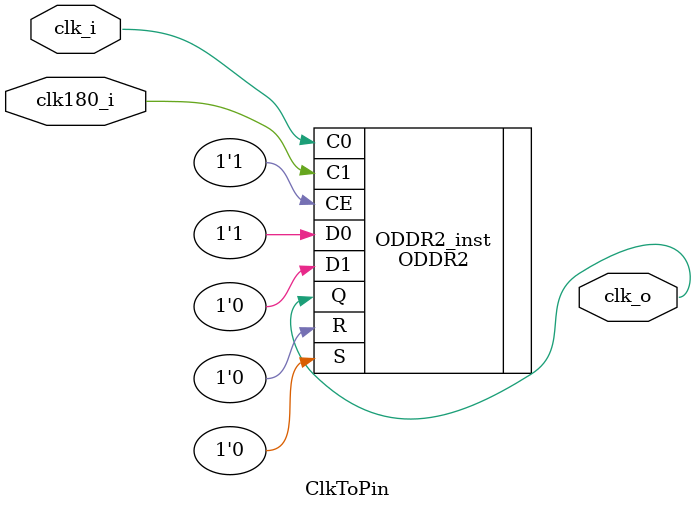
<source format=v>


`timescale 1ns / 1ps


//**************************************************************************************************
//
// Generates clock frequency. By default 100MHz from 12MHz clock signal is generated.
//
//**************************************************************************************************

module ClkGen (clk_i, clk_o, clk180_o);

   parameter   MUL = 25;
   parameter   DIV = 3;
   parameter   real IN_FREQ = 12.0;

   input       clk_i;
   output      clk_o;
   output      clk180_o;
   
   
   localparam  real CLK_PERIOD = 1000.0/IN_FREQ;
   
   DCM_SP 
   #(
      .CLKDV_DIVIDE(2.0), // Divide by: 1.5,2.0,2.5,3.0,3.5,4.0,4.5,5.0,5.5,6.0,6.5
                          //   7.0,7.5,8.0,9.0,10.0,11.0,12.0,13.0,14.0,15.0 or 16.0
      .CLKFX_DIVIDE(DIV),   // Can be any integer from 1 to 32
      .CLKFX_MULTIPLY(MUL), // Can be any integer from 2 to 32
      .CLKIN_DIVIDE_BY_2("FALSE"), // TRUE/FALSE to enable CLKIN divide by two feature
      .CLKIN_PERIOD(CLK_PERIOD),  // Specify period of input clock
      .CLKOUT_PHASE_SHIFT("NONE"), // Specify phase shift of NONE, FIXED or VARIABLE
      .CLK_FEEDBACK("1X"),  // Specify clock feedback of NONE, 1X or 2X
      .DESKEW_ADJUST("SYSTEM_SYNCHRONOUS"), // SOURCE_SYNCHRONOUS, SYSTEM_SYNCHRONOUS or
                                            //   an integer from 0 to 15
      .DLL_FREQUENCY_MODE("LOW"),  // HIGH or LOW frequency mode for DLL
      .DUTY_CYCLE_CORRECTION("TRUE"), // Duty cycle correction, TRUE or FALSE
      .PHASE_SHIFT(0),     // Amount of fixed phase shift from -255 to 255
      .STARTUP_WAIT("FALSE")   // Delay configuration DONE until DCM LOCK, TRUE/FALSE
   ) 
   DCM_SP_inst 
   (
      .CLKFX(clk_o),       // DCM CLK synthesis out (M/D)
      .CLKFX180(clk180_o), // 180 degree CLK synthesis out
      .CLKIN(clk_i),   // Clock input (from IBUFG, BUFG or DCM)
      .RST(1'b0)        // DCM asynchronous reset input
   );

endmodule


//**************************************************************************************************
// Convenience module for forwarding low skew copy of an internal clock to output pins.
// Useful when working with high frequencies.
//
// For a detailed explanation see Xilinx ug331.pdf p.116 Figures 3-28, 3-29. 
//**************************************************************************************************

module ClkToPin (clk_i, clk180_i, clk_o);

   input       clk_i;
   input       clk180_i;
   output      clk_o;

   ODDR2 
   #(
      .DDR_ALIGNMENT("NONE"), // Sets output alignment to "NONE", "C0" or "C1" 
      .INIT(1'b0),    // Sets initial state of the Q output to 1'b0 or 1'b1
      .SRTYPE("SYNC") // Specifies "SYNC" or "ASYNC" set/reset
   ) 
   ODDR2_inst 
   (
      .Q(clk_o),     // 1-bit DDR output data
      .C0(clk_i),    // 1-bit clock input
      .C1(clk180_i), // 1-bit clock input
      .CE(1'b1),     // 1-bit clock enable input
      .D0(1'b1),     // 1-bit data input (associated with C0)
      .D1(1'b0),     // 1-bit data input (associated with C1)
      .R(1'b0),      // 1-bit reset input
      .S(1'b0)       // 1-bit set input
   );

endmodule
</source>
